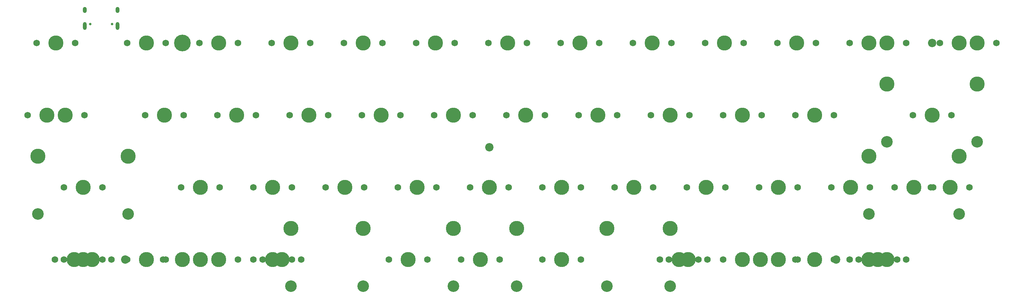
<source format=gbr>
G04 #@! TF.GenerationSoftware,KiCad,Pcbnew,(6.0.5)*
G04 #@! TF.CreationDate,2022-05-29T12:34:13-07:00*
G04 #@! TF.ProjectId,ttocyobItnA,74746f63-796f-4624-9974-6e412e6b6963,rev?*
G04 #@! TF.SameCoordinates,Original*
G04 #@! TF.FileFunction,Soldermask,Top*
G04 #@! TF.FilePolarity,Negative*
%FSLAX46Y46*%
G04 Gerber Fmt 4.6, Leading zero omitted, Abs format (unit mm)*
G04 Created by KiCad (PCBNEW (6.0.5)) date 2022-05-29 12:34:13*
%MOMM*%
%LPD*%
G01*
G04 APERTURE LIST*
%ADD10C,0.700000*%
%ADD11C,4.400000*%
%ADD12C,2.200000*%
%ADD13C,1.750000*%
%ADD14C,3.987800*%
%ADD15C,3.048000*%
%ADD16C,0.650000*%
%ADD17O,1.000000X1.600000*%
%ADD18O,1.000000X2.100000*%
G04 APERTURE END LIST*
D10*
X82170774Y-51166726D03*
X83337500Y-51650000D03*
X81687500Y-50000000D03*
X83337500Y-48350000D03*
X82170774Y-48833274D03*
X84504226Y-51166726D03*
X84987500Y-50000000D03*
D11*
X83337500Y-50000000D03*
D10*
X84504226Y-48833274D03*
D12*
X255737500Y-107150000D03*
D13*
X44920000Y-50000000D03*
D14*
X50000000Y-50000000D03*
D13*
X55080000Y-50000000D03*
D14*
X250025000Y-107150000D03*
D13*
X255105000Y-107150000D03*
X244945000Y-107150000D03*
D14*
X211925000Y-69050000D03*
D13*
X206845000Y-69050000D03*
X217005000Y-69050000D03*
X174142500Y-50000000D03*
X163982500Y-50000000D03*
D14*
X169062500Y-50000000D03*
D13*
X250342500Y-50000000D03*
D14*
X245262500Y-50000000D03*
D13*
X240182500Y-50000000D03*
X73495000Y-69050000D03*
D14*
X78575000Y-69050000D03*
D13*
X83655000Y-69050000D03*
X261613750Y-107150000D03*
D14*
X266693750Y-107150000D03*
D13*
X271773750Y-107150000D03*
D14*
X154775000Y-69050000D03*
D13*
X149695000Y-69050000D03*
X159855000Y-69050000D03*
D12*
X164300000Y-77500000D03*
D15*
X154775000Y-114135000D03*
D14*
X130962500Y-98895000D03*
X154775000Y-98895000D03*
D15*
X130962500Y-114135000D03*
D13*
X88417500Y-107150000D03*
D14*
X83337500Y-107150000D03*
D13*
X78257500Y-107150000D03*
D14*
X171443750Y-98895000D03*
X195256250Y-98895000D03*
D15*
X171443750Y-114135000D03*
X195256250Y-114135000D03*
D13*
X269392500Y-50000000D03*
X259232500Y-50000000D03*
D14*
X264312500Y-50000000D03*
X183350000Y-88100000D03*
D13*
X178270000Y-88100000D03*
X188430000Y-88100000D03*
D14*
X216687500Y-107150000D03*
D13*
X211607500Y-107150000D03*
X221767500Y-107150000D03*
D14*
X173825000Y-69050000D03*
D13*
X168745000Y-69050000D03*
X178905000Y-69050000D03*
X54445000Y-107150000D03*
D14*
X59525000Y-107150000D03*
D13*
X64605000Y-107150000D03*
D14*
X107150000Y-88100000D03*
D13*
X112230000Y-88100000D03*
X102070000Y-88100000D03*
D14*
X211925000Y-98895000D03*
D15*
X111912500Y-114135000D03*
X211925000Y-114135000D03*
D14*
X111912500Y-98895000D03*
D13*
X263995000Y-50000000D03*
D14*
X269075000Y-50000000D03*
D13*
X274155000Y-50000000D03*
X274155000Y-107150000D03*
D14*
X269075000Y-107150000D03*
D13*
X263995000Y-107150000D03*
X290823750Y-88100000D03*
X280663750Y-88100000D03*
D14*
X285743750Y-88100000D03*
D13*
X286061250Y-69050000D03*
D14*
X280981250Y-69050000D03*
D13*
X275901250Y-69050000D03*
X155092500Y-50000000D03*
D14*
X150012500Y-50000000D03*
D13*
X144932500Y-50000000D03*
D14*
X221450000Y-88100000D03*
D13*
X216370000Y-88100000D03*
X226530000Y-88100000D03*
X231292500Y-50000000D03*
X221132500Y-50000000D03*
D14*
X226212500Y-50000000D03*
D13*
X111595000Y-69050000D03*
D14*
X116675000Y-69050000D03*
D13*
X121755000Y-69050000D03*
X87782500Y-107150000D03*
X97942500Y-107150000D03*
D14*
X92862500Y-107150000D03*
D13*
X150330000Y-88100000D03*
X140170000Y-88100000D03*
D14*
X145250000Y-88100000D03*
X259550000Y-88100000D03*
D13*
X254470000Y-88100000D03*
X264630000Y-88100000D03*
D14*
X97625000Y-69050000D03*
D13*
X92545000Y-69050000D03*
X102705000Y-69050000D03*
X293205000Y-50000000D03*
X283045000Y-50000000D03*
D14*
X288125000Y-50000000D03*
D12*
X68237500Y-107150000D03*
D13*
X269392500Y-107150000D03*
X259232500Y-107150000D03*
D14*
X264312500Y-107150000D03*
X126200000Y-88100000D03*
D13*
X131280000Y-88100000D03*
X121120000Y-88100000D03*
X130645000Y-69050000D03*
D14*
X135725000Y-69050000D03*
D13*
X140805000Y-69050000D03*
D14*
X240500000Y-88100000D03*
D13*
X235420000Y-88100000D03*
X245580000Y-88100000D03*
X87782500Y-50000000D03*
D14*
X92862500Y-50000000D03*
D13*
X97942500Y-50000000D03*
D14*
X57143750Y-107150000D03*
D13*
X52063750Y-107150000D03*
X62223750Y-107150000D03*
X125882500Y-50000000D03*
X136042500Y-50000000D03*
D14*
X130962500Y-50000000D03*
D13*
X236055000Y-69050000D03*
D14*
X230975000Y-69050000D03*
D13*
X225895000Y-69050000D03*
D14*
X214306250Y-107150000D03*
D13*
X209226250Y-107150000D03*
X219386250Y-107150000D03*
D14*
X57143750Y-88100000D03*
D13*
X52063750Y-88100000D03*
X62223750Y-88100000D03*
X178270000Y-107150000D03*
X188430000Y-107150000D03*
D14*
X183350000Y-107150000D03*
D13*
X68732500Y-50000000D03*
X78892500Y-50000000D03*
D14*
X73812500Y-50000000D03*
D13*
X230657500Y-107150000D03*
X240817500Y-107150000D03*
D14*
X235737500Y-107150000D03*
D12*
X280981250Y-50000000D03*
D13*
X197955000Y-69050000D03*
D14*
X192875000Y-69050000D03*
D13*
X187795000Y-69050000D03*
X78892500Y-107150000D03*
D14*
X73812500Y-107150000D03*
D13*
X68732500Y-107150000D03*
X83020000Y-88100000D03*
D14*
X88100000Y-88100000D03*
D13*
X93180000Y-88100000D03*
X212242500Y-50000000D03*
X202082500Y-50000000D03*
D14*
X207162500Y-50000000D03*
D13*
X287807500Y-50000000D03*
X297967500Y-50000000D03*
D14*
X292887500Y-50000000D03*
D13*
X52698750Y-69050000D03*
D14*
X47618750Y-69050000D03*
D13*
X42538750Y-69050000D03*
X114611250Y-107150000D03*
D14*
X109531250Y-107150000D03*
D13*
X104451250Y-107150000D03*
D14*
X111912500Y-50000000D03*
D13*
X116992500Y-50000000D03*
X106832500Y-50000000D03*
D14*
X230975000Y-107150000D03*
D13*
X225895000Y-107150000D03*
X236055000Y-107150000D03*
D14*
X142868750Y-107150000D03*
D13*
X147948750Y-107150000D03*
X137788750Y-107150000D03*
D14*
X288125000Y-79845000D03*
D15*
X288125000Y-95085000D03*
X264312500Y-95085000D03*
D14*
X264312500Y-79845000D03*
D13*
X59842500Y-107150000D03*
D14*
X54762500Y-107150000D03*
D13*
X49682500Y-107150000D03*
X102070000Y-107150000D03*
X112230000Y-107150000D03*
D14*
X107150000Y-107150000D03*
D13*
X271138750Y-88100000D03*
X281298750Y-88100000D03*
D14*
X276218750Y-88100000D03*
D13*
X156838750Y-107150000D03*
X166998750Y-107150000D03*
D14*
X161918750Y-107150000D03*
D13*
X235420000Y-107150000D03*
X245580000Y-107150000D03*
D14*
X240500000Y-107150000D03*
X45237500Y-79845000D03*
D15*
X45237500Y-95085000D03*
D14*
X69050000Y-79845000D03*
D15*
X69050000Y-95085000D03*
D13*
X197320000Y-88100000D03*
X207480000Y-88100000D03*
D14*
X202400000Y-88100000D03*
D13*
X93180000Y-107150000D03*
D14*
X88100000Y-107150000D03*
D13*
X83020000Y-107150000D03*
D14*
X292887500Y-60795000D03*
D15*
X292887500Y-76035000D03*
X269075000Y-76035000D03*
D14*
X269075000Y-60795000D03*
D13*
X183032500Y-50000000D03*
X193192500Y-50000000D03*
D14*
X188112500Y-50000000D03*
X250025000Y-69050000D03*
D13*
X244945000Y-69050000D03*
X255105000Y-69050000D03*
X169380000Y-88100000D03*
D14*
X164300000Y-88100000D03*
D13*
X159220000Y-88100000D03*
X47301250Y-69050000D03*
D14*
X52381250Y-69050000D03*
D13*
X57461250Y-69050000D03*
D16*
X64796250Y-44940000D03*
X59016250Y-44940000D03*
D17*
X66226250Y-41290000D03*
D18*
X57586250Y-45470000D03*
D17*
X57586250Y-41290000D03*
D18*
X66226250Y-45470000D03*
M02*

</source>
